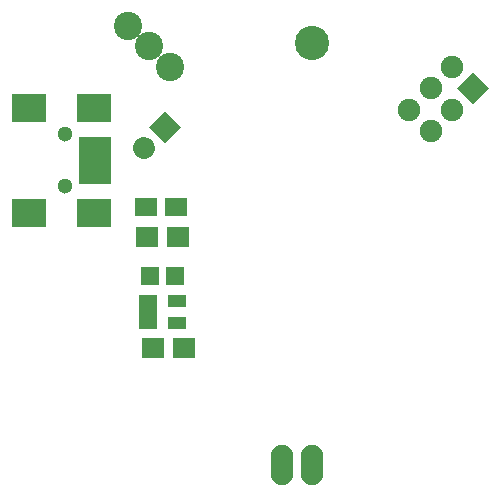
<source format=gbr>
G04 #@! TF.FileFunction,Soldermask,Bot*
%FSLAX46Y46*%
G04 Gerber Fmt 4.6, Leading zero omitted, Abs format (unit mm)*
G04 Created by KiCad (PCBNEW 4.0.2-stable) date 14.06.2016 13:49:58*
%MOMM*%
G01*
G04 APERTURE LIST*
%ADD10C,0.100000*%
%ADD11R,1.900000X1.650000*%
%ADD12R,1.500000X1.100000*%
%ADD13O,1.906220X3.414980*%
%ADD14R,2.700000X0.900000*%
%ADD15R,2.900000X2.400000*%
%ADD16C,1.300000*%
%ADD17C,1.900000*%
%ADD18R,1.900000X1.700000*%
%ADD19R,1.598880X1.598880*%
%ADD20C,1.900000*%
%ADD21C,2.398980*%
%ADD22C,2.900000*%
G04 APERTURE END LIST*
D10*
D11*
X134219000Y-97409000D03*
X131719000Y-97409000D03*
D12*
X131896000Y-107249000D03*
X131896000Y-106299000D03*
X131896000Y-105349000D03*
X134296000Y-105349000D03*
X134296000Y-107249000D03*
D13*
X145796000Y-119253000D03*
X143256000Y-119253000D03*
D14*
X127402000Y-95072000D03*
X127402000Y-94272000D03*
X127402000Y-93472000D03*
X127402000Y-92672000D03*
X127402000Y-91872000D03*
D15*
X127302000Y-97922000D03*
X121802000Y-97922000D03*
X127302000Y-89022000D03*
X121802000Y-89022000D03*
D16*
X124802000Y-95672000D03*
X124802000Y-91272000D03*
D10*
G36*
X160728503Y-87376000D02*
X159385000Y-88719503D01*
X158041497Y-87376000D01*
X159385000Y-86032497D01*
X160728503Y-87376000D01*
X160728503Y-87376000D01*
G37*
D17*
X157588949Y-85579949D03*
X157588949Y-89172051D03*
X155792898Y-87376000D03*
X155792898Y-90968102D03*
X153996846Y-89172051D03*
D18*
X131746000Y-99949000D03*
X134446000Y-99949000D03*
X132254000Y-109347000D03*
X134954000Y-109347000D03*
D19*
X134145020Y-103251000D03*
X132046980Y-103251000D03*
D10*
G36*
X134630003Y-90614500D02*
X133286500Y-91958003D01*
X131942997Y-90614500D01*
X133286500Y-89270997D01*
X134630003Y-90614500D01*
X134630003Y-90614500D01*
G37*
D20*
X131490449Y-92410551D02*
X131490449Y-92410551D01*
D21*
X130185686Y-82052686D03*
X131953000Y-83820000D03*
X133720314Y-85587314D03*
D22*
X145796000Y-83566000D03*
M02*

</source>
